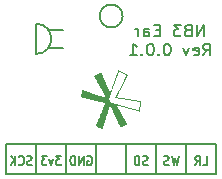
<source format=gbo>
%TF.GenerationSoftware,KiCad,Pcbnew,(5.99.0-11065-g2a3d8e22b6)*%
%TF.CreationDate,2021-07-07T11:59:56+01:00*%
%TF.ProjectId,NB3_ear,4e42335f-6561-4722-9e6b-696361645f70,0.0.1*%
%TF.SameCoordinates,Original*%
%TF.FileFunction,Legend,Bot*%
%TF.FilePolarity,Positive*%
%FSLAX46Y46*%
G04 Gerber Fmt 4.6, Leading zero omitted, Abs format (unit mm)*
G04 Created by KiCad (PCBNEW (5.99.0-11065-g2a3d8e22b6)) date 2021-07-07 11:59:56*
%MOMM*%
%LPD*%
G01*
G04 APERTURE LIST*
%ADD10C,0.150000*%
G04 APERTURE END LIST*
D10*
X145746000Y-101368000D02*
X147016000Y-101368000D01*
X145746000Y-102892000D02*
X147016000Y-102892000D01*
X144730000Y-103400000D02*
X144730000Y-100860000D01*
X144730000Y-100860000D02*
G75*
G02*
X144730000Y-103400000I0J-1270000D01*
G01*
X159970000Y-111020000D02*
X142190000Y-111020000D01*
X142190000Y-111020000D02*
X142190000Y-113560000D01*
X142190000Y-113560000D02*
X159970000Y-113560000D01*
X159970000Y-113560000D02*
X159970000Y-111020000D01*
X149810000Y-111020000D02*
X149810000Y-113560000D01*
X144730000Y-111020000D02*
X144730000Y-113560000D01*
X147270000Y-111020000D02*
X147270000Y-113560000D01*
X152350000Y-111020000D02*
X152350000Y-113560000D01*
X154890000Y-111020000D02*
X154890000Y-113560000D01*
X157430000Y-111020000D02*
X157430000Y-113560000D01*
X152046536Y-100201000D02*
G75*
G03*
X152046536Y-100201000I-966536J0D01*
G01*
X144360000Y-112788809D02*
X144260000Y-112826904D01*
X144093333Y-112826904D01*
X144026666Y-112788809D01*
X143993333Y-112750714D01*
X143960000Y-112674523D01*
X143960000Y-112598333D01*
X143993333Y-112522142D01*
X144026666Y-112484047D01*
X144093333Y-112445952D01*
X144226666Y-112407857D01*
X144293333Y-112369761D01*
X144326666Y-112331666D01*
X144360000Y-112255476D01*
X144360000Y-112179285D01*
X144326666Y-112103095D01*
X144293333Y-112065000D01*
X144226666Y-112026904D01*
X144060000Y-112026904D01*
X143960000Y-112065000D01*
X143260000Y-112750714D02*
X143293333Y-112788809D01*
X143393333Y-112826904D01*
X143460000Y-112826904D01*
X143560000Y-112788809D01*
X143626666Y-112712619D01*
X143660000Y-112636428D01*
X143693333Y-112484047D01*
X143693333Y-112369761D01*
X143660000Y-112217380D01*
X143626666Y-112141190D01*
X143560000Y-112065000D01*
X143460000Y-112026904D01*
X143393333Y-112026904D01*
X143293333Y-112065000D01*
X143260000Y-112103095D01*
X142960000Y-112826904D02*
X142960000Y-112026904D01*
X142560000Y-112826904D02*
X142860000Y-112369761D01*
X142560000Y-112026904D02*
X142960000Y-112484047D01*
X146833333Y-112026904D02*
X146400000Y-112026904D01*
X146633333Y-112331666D01*
X146533333Y-112331666D01*
X146466666Y-112369761D01*
X146433333Y-112407857D01*
X146400000Y-112484047D01*
X146400000Y-112674523D01*
X146433333Y-112750714D01*
X146466666Y-112788809D01*
X146533333Y-112826904D01*
X146733333Y-112826904D01*
X146800000Y-112788809D01*
X146833333Y-112750714D01*
X146166666Y-112293571D02*
X146000000Y-112826904D01*
X145833333Y-112293571D01*
X145633333Y-112026904D02*
X145200000Y-112026904D01*
X145433333Y-112331666D01*
X145333333Y-112331666D01*
X145266666Y-112369761D01*
X145233333Y-112407857D01*
X145200000Y-112484047D01*
X145200000Y-112674523D01*
X145233333Y-112750714D01*
X145266666Y-112788809D01*
X145333333Y-112826904D01*
X145533333Y-112826904D01*
X145600000Y-112788809D01*
X145633333Y-112750714D01*
X158833333Y-112826904D02*
X159166666Y-112826904D01*
X159166666Y-112026904D01*
X158200000Y-112826904D02*
X158433333Y-112445952D01*
X158600000Y-112826904D02*
X158600000Y-112026904D01*
X158333333Y-112026904D01*
X158266666Y-112065000D01*
X158233333Y-112103095D01*
X158200000Y-112179285D01*
X158200000Y-112293571D01*
X158233333Y-112369761D01*
X158266666Y-112407857D01*
X158333333Y-112445952D01*
X158600000Y-112445952D01*
X154170000Y-112788809D02*
X154070000Y-112826904D01*
X153903333Y-112826904D01*
X153836666Y-112788809D01*
X153803333Y-112750714D01*
X153770000Y-112674523D01*
X153770000Y-112598333D01*
X153803333Y-112522142D01*
X153836666Y-112484047D01*
X153903333Y-112445952D01*
X154036666Y-112407857D01*
X154103333Y-112369761D01*
X154136666Y-112331666D01*
X154170000Y-112255476D01*
X154170000Y-112179285D01*
X154136666Y-112103095D01*
X154103333Y-112065000D01*
X154036666Y-112026904D01*
X153870000Y-112026904D01*
X153770000Y-112065000D01*
X153470000Y-112826904D02*
X153470000Y-112026904D01*
X153303333Y-112026904D01*
X153203333Y-112065000D01*
X153136666Y-112141190D01*
X153103333Y-112217380D01*
X153070000Y-112369761D01*
X153070000Y-112484047D01*
X153103333Y-112636428D01*
X153136666Y-112712619D01*
X153203333Y-112788809D01*
X153303333Y-112826904D01*
X153470000Y-112826904D01*
X158937142Y-101922380D02*
X158937142Y-100922380D01*
X158365714Y-101922380D01*
X158365714Y-100922380D01*
X157556190Y-101398571D02*
X157413333Y-101446190D01*
X157365714Y-101493809D01*
X157318095Y-101589047D01*
X157318095Y-101731904D01*
X157365714Y-101827142D01*
X157413333Y-101874761D01*
X157508571Y-101922380D01*
X157889523Y-101922380D01*
X157889523Y-100922380D01*
X157556190Y-100922380D01*
X157460952Y-100970000D01*
X157413333Y-101017619D01*
X157365714Y-101112857D01*
X157365714Y-101208095D01*
X157413333Y-101303333D01*
X157460952Y-101350952D01*
X157556190Y-101398571D01*
X157889523Y-101398571D01*
X156984761Y-100922380D02*
X156365714Y-100922380D01*
X156699047Y-101303333D01*
X156556190Y-101303333D01*
X156460952Y-101350952D01*
X156413333Y-101398571D01*
X156365714Y-101493809D01*
X156365714Y-101731904D01*
X156413333Y-101827142D01*
X156460952Y-101874761D01*
X156556190Y-101922380D01*
X156841904Y-101922380D01*
X156937142Y-101874761D01*
X156984761Y-101827142D01*
X155175238Y-101398571D02*
X154841904Y-101398571D01*
X154699047Y-101922380D02*
X155175238Y-101922380D01*
X155175238Y-100922380D01*
X154699047Y-100922380D01*
X153841904Y-101922380D02*
X153841904Y-101398571D01*
X153889523Y-101303333D01*
X153984761Y-101255714D01*
X154175238Y-101255714D01*
X154270476Y-101303333D01*
X153841904Y-101874761D02*
X153937142Y-101922380D01*
X154175238Y-101922380D01*
X154270476Y-101874761D01*
X154318095Y-101779523D01*
X154318095Y-101684285D01*
X154270476Y-101589047D01*
X154175238Y-101541428D01*
X153937142Y-101541428D01*
X153841904Y-101493809D01*
X153365714Y-101922380D02*
X153365714Y-101255714D01*
X153365714Y-101446190D02*
X153318095Y-101350952D01*
X153270476Y-101303333D01*
X153175238Y-101255714D01*
X153080000Y-101255714D01*
X158865714Y-103532380D02*
X159199047Y-103056190D01*
X159437142Y-103532380D02*
X159437142Y-102532380D01*
X159056190Y-102532380D01*
X158960952Y-102580000D01*
X158913333Y-102627619D01*
X158865714Y-102722857D01*
X158865714Y-102865714D01*
X158913333Y-102960952D01*
X158960952Y-103008571D01*
X159056190Y-103056190D01*
X159437142Y-103056190D01*
X158056190Y-103484761D02*
X158151428Y-103532380D01*
X158341904Y-103532380D01*
X158437142Y-103484761D01*
X158484761Y-103389523D01*
X158484761Y-103008571D01*
X158437142Y-102913333D01*
X158341904Y-102865714D01*
X158151428Y-102865714D01*
X158056190Y-102913333D01*
X158008571Y-103008571D01*
X158008571Y-103103809D01*
X158484761Y-103199047D01*
X157675238Y-102865714D02*
X157437142Y-103532380D01*
X157199047Y-102865714D01*
X155865714Y-102532380D02*
X155770476Y-102532380D01*
X155675238Y-102580000D01*
X155627619Y-102627619D01*
X155580000Y-102722857D01*
X155532380Y-102913333D01*
X155532380Y-103151428D01*
X155580000Y-103341904D01*
X155627619Y-103437142D01*
X155675238Y-103484761D01*
X155770476Y-103532380D01*
X155865714Y-103532380D01*
X155960952Y-103484761D01*
X156008571Y-103437142D01*
X156056190Y-103341904D01*
X156103809Y-103151428D01*
X156103809Y-102913333D01*
X156056190Y-102722857D01*
X156008571Y-102627619D01*
X155960952Y-102580000D01*
X155865714Y-102532380D01*
X155103809Y-103437142D02*
X155056190Y-103484761D01*
X155103809Y-103532380D01*
X155151428Y-103484761D01*
X155103809Y-103437142D01*
X155103809Y-103532380D01*
X154437142Y-102532380D02*
X154341904Y-102532380D01*
X154246666Y-102580000D01*
X154199047Y-102627619D01*
X154151428Y-102722857D01*
X154103809Y-102913333D01*
X154103809Y-103151428D01*
X154151428Y-103341904D01*
X154199047Y-103437142D01*
X154246666Y-103484761D01*
X154341904Y-103532380D01*
X154437142Y-103532380D01*
X154532380Y-103484761D01*
X154580000Y-103437142D01*
X154627619Y-103341904D01*
X154675238Y-103151428D01*
X154675238Y-102913333D01*
X154627619Y-102722857D01*
X154580000Y-102627619D01*
X154532380Y-102580000D01*
X154437142Y-102532380D01*
X153675238Y-103437142D02*
X153627619Y-103484761D01*
X153675238Y-103532380D01*
X153722857Y-103484761D01*
X153675238Y-103437142D01*
X153675238Y-103532380D01*
X152675238Y-103532380D02*
X153246666Y-103532380D01*
X152960952Y-103532380D02*
X152960952Y-102532380D01*
X153056190Y-102675238D01*
X153151428Y-102770476D01*
X153246666Y-102818095D01*
X156793333Y-112026904D02*
X156626666Y-112826904D01*
X156493333Y-112255476D01*
X156360000Y-112826904D01*
X156193333Y-112026904D01*
X155960000Y-112788809D02*
X155860000Y-112826904D01*
X155693333Y-112826904D01*
X155626666Y-112788809D01*
X155593333Y-112750714D01*
X155560000Y-112674523D01*
X155560000Y-112598333D01*
X155593333Y-112522142D01*
X155626666Y-112484047D01*
X155693333Y-112445952D01*
X155826666Y-112407857D01*
X155893333Y-112369761D01*
X155926666Y-112331666D01*
X155960000Y-112255476D01*
X155960000Y-112179285D01*
X155926666Y-112103095D01*
X155893333Y-112065000D01*
X155826666Y-112026904D01*
X155660000Y-112026904D01*
X155560000Y-112065000D01*
X149073333Y-112065000D02*
X149140000Y-112026904D01*
X149240000Y-112026904D01*
X149340000Y-112065000D01*
X149406666Y-112141190D01*
X149440000Y-112217380D01*
X149473333Y-112369761D01*
X149473333Y-112484047D01*
X149440000Y-112636428D01*
X149406666Y-112712619D01*
X149340000Y-112788809D01*
X149240000Y-112826904D01*
X149173333Y-112826904D01*
X149073333Y-112788809D01*
X149040000Y-112750714D01*
X149040000Y-112484047D01*
X149173333Y-112484047D01*
X148740000Y-112826904D02*
X148740000Y-112026904D01*
X148340000Y-112826904D01*
X148340000Y-112026904D01*
X148006666Y-112826904D02*
X148006666Y-112026904D01*
X147840000Y-112026904D01*
X147740000Y-112065000D01*
X147673333Y-112141190D01*
X147640000Y-112217380D01*
X147606666Y-112369761D01*
X147606666Y-112484047D01*
X147640000Y-112636428D01*
X147673333Y-112712619D01*
X147740000Y-112788809D01*
X147840000Y-112826904D01*
X148006666Y-112826904D01*
%TO.C,G\u002A\u002A\u002A*%
G36*
X153616209Y-107541280D02*
G01*
X153608943Y-107584296D01*
X153600989Y-107631214D01*
X153592479Y-107681265D01*
X153583546Y-107733681D01*
X153574321Y-107787691D01*
X153564935Y-107842527D01*
X153555521Y-107897419D01*
X153546211Y-107951598D01*
X153537136Y-108004295D01*
X153528428Y-108054740D01*
X153520219Y-108102164D01*
X153512640Y-108145797D01*
X153505825Y-108184871D01*
X153499903Y-108218616D01*
X153495008Y-108246262D01*
X153491271Y-108267041D01*
X153488824Y-108280184D01*
X153487798Y-108284920D01*
X153487719Y-108284911D01*
X153482139Y-108283436D01*
X153468051Y-108279540D01*
X153445864Y-108273339D01*
X153415985Y-108264948D01*
X153378821Y-108254483D01*
X153334781Y-108242059D01*
X153284271Y-108227790D01*
X153227700Y-108211794D01*
X153165476Y-108194184D01*
X153098006Y-108175077D01*
X153025697Y-108154588D01*
X152948958Y-108132831D01*
X152868196Y-108109923D01*
X152783818Y-108085979D01*
X152696234Y-108061115D01*
X152605849Y-108035444D01*
X152513072Y-108009084D01*
X152501467Y-108005786D01*
X152408966Y-107979505D01*
X152318910Y-107953928D01*
X152231705Y-107929170D01*
X152147760Y-107905347D01*
X152067481Y-107882574D01*
X151991277Y-107860966D01*
X151919555Y-107840640D01*
X151852722Y-107821709D01*
X151791186Y-107804290D01*
X151735356Y-107788498D01*
X151685637Y-107774448D01*
X151642439Y-107762256D01*
X151606168Y-107752037D01*
X151577232Y-107743907D01*
X151556039Y-107737980D01*
X151542997Y-107734373D01*
X151538512Y-107733200D01*
X151538913Y-107733983D01*
X151543095Y-107741397D01*
X151551640Y-107756325D01*
X151564327Y-107778385D01*
X151580936Y-107807195D01*
X151601245Y-107842372D01*
X151625033Y-107883536D01*
X151652079Y-107930303D01*
X151682162Y-107982292D01*
X151715061Y-108039121D01*
X151750554Y-108100407D01*
X151788421Y-108165769D01*
X151828440Y-108234825D01*
X151870391Y-108307191D01*
X151914052Y-108382487D01*
X151959202Y-108460331D01*
X152005620Y-108540339D01*
X152025636Y-108574837D01*
X152071554Y-108653996D01*
X152116117Y-108730839D01*
X152159101Y-108804985D01*
X152200286Y-108876050D01*
X152239450Y-108943650D01*
X152276371Y-109007404D01*
X152310827Y-109066926D01*
X152342598Y-109121836D01*
X152371462Y-109171749D01*
X152397196Y-109216283D01*
X152419579Y-109255054D01*
X152438390Y-109287680D01*
X152453407Y-109313777D01*
X152464409Y-109332962D01*
X152471174Y-109344853D01*
X152473479Y-109349065D01*
X152472622Y-109349685D01*
X152465064Y-109353913D01*
X152450367Y-109361746D01*
X152429343Y-109372771D01*
X152402799Y-109386574D01*
X152371546Y-109402742D01*
X152336391Y-109420863D01*
X152298146Y-109440522D01*
X152257618Y-109461307D01*
X152215617Y-109482804D01*
X152172953Y-109504600D01*
X152130434Y-109526282D01*
X152088870Y-109547437D01*
X152049071Y-109567652D01*
X152011844Y-109586512D01*
X151978001Y-109603606D01*
X151948349Y-109618519D01*
X151923698Y-109630839D01*
X151904858Y-109640152D01*
X151892637Y-109646045D01*
X151887845Y-109648106D01*
X151887839Y-109648103D01*
X151885611Y-109643768D01*
X151879667Y-109631449D01*
X151870219Y-109611603D01*
X151857483Y-109584688D01*
X151841669Y-109551160D01*
X151822993Y-109511476D01*
X151801667Y-109466092D01*
X151777905Y-109415464D01*
X151751919Y-109360051D01*
X151723923Y-109300308D01*
X151694130Y-109236691D01*
X151662753Y-109169658D01*
X151630006Y-109099666D01*
X151596102Y-109027170D01*
X151561254Y-108952628D01*
X151525675Y-108876497D01*
X151489579Y-108799232D01*
X151453179Y-108721291D01*
X151416687Y-108643130D01*
X151380318Y-108565206D01*
X151344285Y-108487975D01*
X151308800Y-108411895D01*
X151274077Y-108337422D01*
X151240330Y-108265012D01*
X151207771Y-108195122D01*
X151176613Y-108128210D01*
X151147071Y-108064730D01*
X151119356Y-108005141D01*
X151093684Y-107949899D01*
X151070265Y-107899461D01*
X151049315Y-107854283D01*
X151031046Y-107814821D01*
X151015671Y-107781533D01*
X151003404Y-107754876D01*
X150994458Y-107735305D01*
X150989046Y-107723277D01*
X150988247Y-107723124D01*
X150986646Y-107725482D01*
X150984192Y-107730791D01*
X150980783Y-107739364D01*
X150976321Y-107751515D01*
X150970703Y-107767556D01*
X150963830Y-107787800D01*
X150955602Y-107812562D01*
X150945916Y-107842155D01*
X150934674Y-107876890D01*
X150921775Y-107917083D01*
X150907117Y-107963045D01*
X150890602Y-108015091D01*
X150872127Y-108073533D01*
X150851593Y-108138684D01*
X150828899Y-108210859D01*
X150803945Y-108290369D01*
X150776630Y-108377529D01*
X150746854Y-108472652D01*
X150714515Y-108576050D01*
X150679515Y-108688037D01*
X150676768Y-108696827D01*
X150647649Y-108790020D01*
X150619137Y-108881262D01*
X150591369Y-108970120D01*
X150564480Y-109056159D01*
X150538605Y-109138946D01*
X150513882Y-109218045D01*
X150490444Y-109293023D01*
X150468429Y-109363446D01*
X150447972Y-109428880D01*
X150429208Y-109488889D01*
X150412274Y-109543041D01*
X150397304Y-109590901D01*
X150384436Y-109632034D01*
X150373804Y-109666008D01*
X150365544Y-109692386D01*
X150359792Y-109710736D01*
X150356684Y-109720623D01*
X150355546Y-109724214D01*
X150348745Y-109745122D01*
X150342927Y-109762119D01*
X150338679Y-109773538D01*
X150336587Y-109777715D01*
X150336499Y-109777697D01*
X150331143Y-109775393D01*
X150318295Y-109769499D01*
X150298793Y-109760414D01*
X150273473Y-109748537D01*
X150243172Y-109734264D01*
X150208727Y-109717995D01*
X150170975Y-109700127D01*
X150130752Y-109681059D01*
X150088896Y-109661188D01*
X150046244Y-109640913D01*
X150003633Y-109620631D01*
X149961899Y-109600741D01*
X149921879Y-109581640D01*
X149884410Y-109563728D01*
X149850330Y-109547401D01*
X149820474Y-109533058D01*
X149795681Y-109521097D01*
X149776786Y-109511916D01*
X149764628Y-109505914D01*
X149760042Y-109503487D01*
X149760304Y-109502372D01*
X149763476Y-109493887D01*
X149770066Y-109477393D01*
X149779913Y-109453274D01*
X149792856Y-109421913D01*
X149808734Y-109383694D01*
X149827386Y-109338999D01*
X149848651Y-109288211D01*
X149872367Y-109231714D01*
X149898373Y-109169890D01*
X149926510Y-109103124D01*
X149956614Y-109031797D01*
X149988526Y-108956294D01*
X150022083Y-108876997D01*
X150057126Y-108794289D01*
X150093493Y-108708554D01*
X150131023Y-108620175D01*
X150169554Y-108529534D01*
X150188070Y-108485992D01*
X150226148Y-108396392D01*
X150263153Y-108309241D01*
X150298925Y-108224922D01*
X150333302Y-108143819D01*
X150366122Y-108066313D01*
X150397224Y-107992787D01*
X150426447Y-107923626D01*
X150453629Y-107859210D01*
X150478609Y-107799924D01*
X150501226Y-107746150D01*
X150521317Y-107698271D01*
X150538723Y-107656669D01*
X150553281Y-107621728D01*
X150564830Y-107593831D01*
X150573209Y-107573360D01*
X150578256Y-107560698D01*
X150579810Y-107556228D01*
X150578732Y-107555894D01*
X150569948Y-107553694D01*
X150552671Y-107549553D01*
X150527307Y-107543565D01*
X150494262Y-107535822D01*
X150453943Y-107526420D01*
X150406754Y-107515451D01*
X150353103Y-107503010D01*
X150293395Y-107489191D01*
X150228036Y-107474087D01*
X150157432Y-107457792D01*
X150081988Y-107440400D01*
X150002112Y-107422005D01*
X149918209Y-107402701D01*
X149830685Y-107382581D01*
X149739945Y-107361740D01*
X149646397Y-107340271D01*
X149550445Y-107318269D01*
X149506069Y-107308095D01*
X149411147Y-107286314D01*
X149318805Y-107265103D01*
X149229451Y-107244556D01*
X149143490Y-107224766D01*
X149061329Y-107205828D01*
X148983375Y-107187836D01*
X148977114Y-107186389D01*
X150897982Y-107186389D01*
X150978055Y-107342914D01*
X150979660Y-107346051D01*
X150997868Y-107381465D01*
X151014958Y-107414415D01*
X151030414Y-107443926D01*
X151043720Y-107469023D01*
X151054358Y-107488731D01*
X151061813Y-107502077D01*
X151065568Y-107508084D01*
X151066176Y-107508506D01*
X151071978Y-107510877D01*
X151083865Y-107514927D01*
X151102009Y-107520705D01*
X151126580Y-107528259D01*
X151157746Y-107537640D01*
X151195678Y-107548896D01*
X151240546Y-107562076D01*
X151292520Y-107577230D01*
X151351770Y-107594408D01*
X151418466Y-107613657D01*
X151492778Y-107635027D01*
X151574875Y-107658568D01*
X151664928Y-107684329D01*
X151763107Y-107712359D01*
X151869581Y-107742706D01*
X151984521Y-107775421D01*
X152108096Y-107810553D01*
X152240477Y-107848150D01*
X152315569Y-107869467D01*
X152415689Y-107897890D01*
X152513221Y-107925579D01*
X152607789Y-107952427D01*
X152699019Y-107978329D01*
X152786535Y-108003176D01*
X152869962Y-108026864D01*
X152948925Y-108049284D01*
X153023048Y-108070331D01*
X153091956Y-108089899D01*
X153155275Y-108107880D01*
X153212628Y-108124168D01*
X153263641Y-108138656D01*
X153307939Y-108151239D01*
X153345145Y-108161809D01*
X153374886Y-108170259D01*
X153396786Y-108176484D01*
X153410469Y-108180377D01*
X153415560Y-108181831D01*
X153421095Y-108181452D01*
X153425687Y-108173463D01*
X153426710Y-108168800D01*
X153429712Y-108153533D01*
X153433872Y-108131043D01*
X153439046Y-108102192D01*
X153445090Y-108067846D01*
X153451859Y-108028867D01*
X153459209Y-107986119D01*
X153466996Y-107940466D01*
X153475075Y-107892772D01*
X153483303Y-107843899D01*
X153491534Y-107794712D01*
X153499625Y-107746075D01*
X153507431Y-107698850D01*
X153514808Y-107653902D01*
X153521611Y-107612095D01*
X153527697Y-107574291D01*
X153532921Y-107541354D01*
X153537138Y-107514149D01*
X153540205Y-107493538D01*
X153541977Y-107480385D01*
X153542309Y-107475555D01*
X153542054Y-107475422D01*
X153535374Y-107473830D01*
X153520527Y-107470994D01*
X153498407Y-107467065D01*
X153469911Y-107462193D01*
X153435934Y-107456531D01*
X153397372Y-107450230D01*
X153355120Y-107443440D01*
X153310074Y-107436314D01*
X153220994Y-107422323D01*
X153118557Y-107406217D01*
X153015460Y-107389990D01*
X152912117Y-107373708D01*
X152808936Y-107357436D01*
X152706331Y-107341239D01*
X152604711Y-107325183D01*
X152504488Y-107309334D01*
X152406072Y-107293756D01*
X152309876Y-107278514D01*
X152216310Y-107263675D01*
X152125785Y-107249304D01*
X152038713Y-107235466D01*
X151955504Y-107222226D01*
X151876569Y-107209651D01*
X151802321Y-107197804D01*
X151733169Y-107186752D01*
X151669525Y-107176560D01*
X151611800Y-107167293D01*
X151560405Y-107159017D01*
X151515751Y-107151797D01*
X151478250Y-107145699D01*
X151448312Y-107140787D01*
X151426349Y-107137128D01*
X151412771Y-107134786D01*
X151407990Y-107133828D01*
X151408752Y-107131867D01*
X151413296Y-107122238D01*
X151421759Y-107104912D01*
X151433957Y-107080255D01*
X151449704Y-107048634D01*
X151468817Y-107010418D01*
X151491108Y-106965971D01*
X151516395Y-106915663D01*
X151544492Y-106859859D01*
X151575213Y-106798926D01*
X151608374Y-106733233D01*
X151643790Y-106663144D01*
X151681276Y-106589029D01*
X151720647Y-106511253D01*
X151761718Y-106430184D01*
X151804304Y-106346188D01*
X151848220Y-106259634D01*
X151893281Y-106170886D01*
X151923047Y-106112271D01*
X151967396Y-106024879D01*
X152010484Y-105939904D01*
X152052127Y-105857713D01*
X152092139Y-105778674D01*
X152130334Y-105703156D01*
X152166527Y-105631527D01*
X152200532Y-105564156D01*
X152232165Y-105501409D01*
X152261239Y-105443656D01*
X152287569Y-105391265D01*
X152310970Y-105344604D01*
X152331256Y-105304041D01*
X152348241Y-105269944D01*
X152361742Y-105242682D01*
X152371571Y-105222622D01*
X152377543Y-105210134D01*
X152379473Y-105205584D01*
X152378713Y-105204966D01*
X152371290Y-105200750D01*
X152356604Y-105193025D01*
X152335434Y-105182175D01*
X152308562Y-105168582D01*
X152276766Y-105152630D01*
X152240828Y-105134702D01*
X152201529Y-105115181D01*
X152159647Y-105094450D01*
X152115965Y-105072893D01*
X152071261Y-105050893D01*
X152026317Y-105028833D01*
X151981913Y-105007096D01*
X151938829Y-104986066D01*
X151897846Y-104966126D01*
X151859744Y-104947658D01*
X151825303Y-104931047D01*
X151795303Y-104916676D01*
X151770526Y-104904927D01*
X151751751Y-104896184D01*
X151739758Y-104890830D01*
X151735329Y-104889249D01*
X151734189Y-104892188D01*
X151730001Y-104903459D01*
X151722864Y-104922834D01*
X151712911Y-104949949D01*
X151700275Y-104984443D01*
X151685089Y-105025952D01*
X151667483Y-105074112D01*
X151647592Y-105128562D01*
X151625548Y-105188938D01*
X151601483Y-105254876D01*
X151575529Y-105326015D01*
X151547820Y-105401990D01*
X151518487Y-105482439D01*
X151487663Y-105566999D01*
X151455480Y-105655308D01*
X151422071Y-105747000D01*
X151387569Y-105841715D01*
X151352106Y-105939089D01*
X151315815Y-106038759D01*
X150897982Y-107186389D01*
X148977114Y-107186389D01*
X148910035Y-107170885D01*
X148841715Y-107155068D01*
X148778822Y-107140481D01*
X148721763Y-107127216D01*
X148670944Y-107115370D01*
X148626771Y-107105035D01*
X148589652Y-107096306D01*
X148559993Y-107089278D01*
X148538201Y-107084045D01*
X148524682Y-107080700D01*
X148519843Y-107079339D01*
X148519807Y-107079277D01*
X148520215Y-107073706D01*
X148522179Y-107059955D01*
X148525533Y-107038933D01*
X148530110Y-107011553D01*
X148535746Y-106978725D01*
X148542273Y-106941361D01*
X148549525Y-106900371D01*
X148557336Y-106856668D01*
X148565541Y-106811162D01*
X148573972Y-106764764D01*
X148582464Y-106718385D01*
X148590851Y-106672937D01*
X148598966Y-106629331D01*
X148606643Y-106588478D01*
X148613717Y-106551288D01*
X148620020Y-106518674D01*
X148625387Y-106491546D01*
X148629652Y-106470815D01*
X148632649Y-106457393D01*
X148634210Y-106452190D01*
X148636479Y-106452733D01*
X148646967Y-106455950D01*
X148665627Y-106461924D01*
X148692072Y-106470528D01*
X148725911Y-106481629D01*
X148766754Y-106495100D01*
X148814213Y-106510810D01*
X148867898Y-106528630D01*
X148927419Y-106548429D01*
X148992386Y-106570079D01*
X149062412Y-106593449D01*
X149137105Y-106618410D01*
X149216077Y-106644832D01*
X149298937Y-106672585D01*
X149385298Y-106701540D01*
X149474768Y-106731567D01*
X149566959Y-106762536D01*
X149661482Y-106794317D01*
X149727504Y-106816525D01*
X149820409Y-106847768D01*
X149910695Y-106878123D01*
X149997973Y-106907460D01*
X150081856Y-106935648D01*
X150161955Y-106962557D01*
X150237880Y-106988057D01*
X150309245Y-107012017D01*
X150375660Y-107034307D01*
X150436737Y-107054797D01*
X150492088Y-107073356D01*
X150541323Y-107089854D01*
X150584055Y-107104161D01*
X150619896Y-107116146D01*
X150648456Y-107125680D01*
X150669347Y-107132630D01*
X150682181Y-107136868D01*
X150686569Y-107138263D01*
X150685816Y-107136839D01*
X150681038Y-107128164D01*
X150672028Y-107111926D01*
X150658987Y-107088484D01*
X150642117Y-107058199D01*
X150621617Y-107021430D01*
X150597690Y-106978539D01*
X150570536Y-106929885D01*
X150540357Y-106875828D01*
X150507353Y-106816728D01*
X150471726Y-106752946D01*
X150433677Y-106684842D01*
X150393406Y-106612775D01*
X150351116Y-106537106D01*
X150307007Y-106458195D01*
X150261280Y-106376403D01*
X150214136Y-106292088D01*
X150165777Y-106205612D01*
X150137393Y-106154846D01*
X150089744Y-106069557D01*
X150043453Y-105986618D01*
X149998720Y-105906391D01*
X149955746Y-105829238D01*
X149914730Y-105755519D01*
X149875873Y-105685595D01*
X149839373Y-105619828D01*
X149805432Y-105558580D01*
X149774249Y-105502211D01*
X149746024Y-105451082D01*
X149720957Y-105405556D01*
X149699248Y-105365992D01*
X149681096Y-105332754D01*
X149666703Y-105306201D01*
X149656268Y-105286695D01*
X149649990Y-105274597D01*
X149648070Y-105270269D01*
X149648668Y-105269865D01*
X149655740Y-105265958D01*
X149670028Y-105258398D01*
X149690717Y-105247602D01*
X149716991Y-105233987D01*
X149748033Y-105217969D01*
X149783029Y-105199965D01*
X149821161Y-105180391D01*
X149861613Y-105159665D01*
X149903570Y-105138203D01*
X149946215Y-105116421D01*
X149988732Y-105094736D01*
X150030305Y-105073565D01*
X150070118Y-105053324D01*
X150107354Y-105034431D01*
X150141199Y-105017301D01*
X150170835Y-105002351D01*
X150195447Y-104989998D01*
X150214218Y-104980659D01*
X150226332Y-104974750D01*
X150230974Y-104972688D01*
X150231421Y-104973388D01*
X150235115Y-104980924D01*
X150242353Y-104996403D01*
X150252954Y-105019423D01*
X150266734Y-105049580D01*
X150283512Y-105086470D01*
X150303105Y-105129689D01*
X150325333Y-105178835D01*
X150350012Y-105233503D01*
X150376960Y-105293291D01*
X150405996Y-105357794D01*
X150436938Y-105426610D01*
X150469603Y-105499335D01*
X150503809Y-105575564D01*
X150539375Y-105654896D01*
X150576118Y-105736926D01*
X150613856Y-105821251D01*
X150629213Y-105855579D01*
X150666574Y-105939055D01*
X150702862Y-106020089D01*
X150737895Y-106098277D01*
X150771490Y-106173213D01*
X150803467Y-106244493D01*
X150833644Y-106311713D01*
X150861837Y-106374468D01*
X150887866Y-106432354D01*
X150911548Y-106484965D01*
X150932701Y-106531899D01*
X150951144Y-106572749D01*
X150966694Y-106607111D01*
X150979170Y-106634582D01*
X150988389Y-106654755D01*
X150994170Y-106667228D01*
X150996331Y-106671595D01*
X150996356Y-106671587D01*
X150998407Y-106666877D01*
X151003484Y-106653831D01*
X151011439Y-106632847D01*
X151022127Y-106604323D01*
X151035401Y-106568658D01*
X151051115Y-106526250D01*
X151069121Y-106477497D01*
X151089275Y-106422798D01*
X151111428Y-106362551D01*
X151135435Y-106297155D01*
X151161149Y-106227007D01*
X151188424Y-106152506D01*
X151217112Y-106074052D01*
X151247069Y-105992041D01*
X151278147Y-105906872D01*
X151310199Y-105818944D01*
X151343079Y-105728655D01*
X151344960Y-105723489D01*
X151377818Y-105633244D01*
X151409842Y-105545338D01*
X151440886Y-105460173D01*
X151470802Y-105378149D01*
X151499444Y-105299668D01*
X151526664Y-105225132D01*
X151552315Y-105154941D01*
X151576251Y-105089497D01*
X151598325Y-105029201D01*
X151618390Y-104974455D01*
X151636299Y-104925660D01*
X151651905Y-104883217D01*
X151665060Y-104847528D01*
X151675619Y-104818994D01*
X151683434Y-104798015D01*
X151688358Y-104784995D01*
X151690245Y-104780333D01*
X151690743Y-104780354D01*
X151697650Y-104782991D01*
X151712168Y-104789384D01*
X151733717Y-104799255D01*
X151761714Y-104812328D01*
X151795576Y-104828326D01*
X151834723Y-104846972D01*
X151878572Y-104867989D01*
X151926541Y-104891100D01*
X151978048Y-104916029D01*
X152032511Y-104942498D01*
X152089349Y-104970230D01*
X152105725Y-104978235D01*
X152162004Y-105005739D01*
X152215757Y-105031994D01*
X152266400Y-105056718D01*
X152313347Y-105079625D01*
X152356014Y-105100429D01*
X152393816Y-105118847D01*
X152426168Y-105134593D01*
X152452487Y-105147383D01*
X152472187Y-105156930D01*
X152484683Y-105162952D01*
X152489391Y-105165162D01*
X152488900Y-105166664D01*
X152484814Y-105175602D01*
X152476793Y-105192262D01*
X152465021Y-105216276D01*
X152449684Y-105247277D01*
X152430967Y-105284895D01*
X152409054Y-105328764D01*
X152384132Y-105378514D01*
X152356385Y-105433779D01*
X152325997Y-105494190D01*
X152293154Y-105559379D01*
X152258041Y-105628978D01*
X152220844Y-105702619D01*
X152181746Y-105779935D01*
X152140933Y-105860556D01*
X152098590Y-105944115D01*
X152054902Y-106030244D01*
X152010054Y-106118576D01*
X151983662Y-106170540D01*
X151939441Y-106257641D01*
X151896467Y-106342325D01*
X151854927Y-106424225D01*
X151815007Y-106502971D01*
X151776893Y-106578196D01*
X151740771Y-106649532D01*
X151706827Y-106716610D01*
X151675247Y-106779062D01*
X151646217Y-106836520D01*
X151619924Y-106888615D01*
X151596553Y-106934979D01*
X151576291Y-106975245D01*
X151559323Y-107009043D01*
X151545837Y-107036005D01*
X151536017Y-107055764D01*
X151530050Y-107067951D01*
X151528122Y-107072198D01*
X151529702Y-107072521D01*
X151539471Y-107074191D01*
X151557805Y-107077210D01*
X151584297Y-107081514D01*
X151618538Y-107087038D01*
X151660119Y-107093716D01*
X151708633Y-107101483D01*
X151763671Y-107110275D01*
X151824824Y-107120027D01*
X151891685Y-107130672D01*
X151963845Y-107142148D01*
X152040895Y-107154387D01*
X152122428Y-107167325D01*
X152208035Y-107180898D01*
X152297308Y-107195040D01*
X152389838Y-107209686D01*
X152485217Y-107224771D01*
X152583037Y-107240230D01*
X152639213Y-107249107D01*
X152735689Y-107264359D01*
X152829492Y-107279200D01*
X152920214Y-107293563D01*
X153007444Y-107307385D01*
X153090777Y-107320599D01*
X153169802Y-107333142D01*
X153244112Y-107344947D01*
X153313298Y-107355951D01*
X153376953Y-107366087D01*
X153434667Y-107375292D01*
X153486032Y-107383499D01*
X153530640Y-107390644D01*
X153568082Y-107396662D01*
X153597951Y-107401489D01*
X153619837Y-107405058D01*
X153633333Y-107407305D01*
X153638030Y-107408165D01*
X153637616Y-107411669D01*
X153635764Y-107423631D01*
X153632565Y-107443343D01*
X153628152Y-107470035D01*
X153627230Y-107475555D01*
X153622656Y-107502937D01*
X153616209Y-107541280D01*
G37*
%TD*%
M02*

</source>
